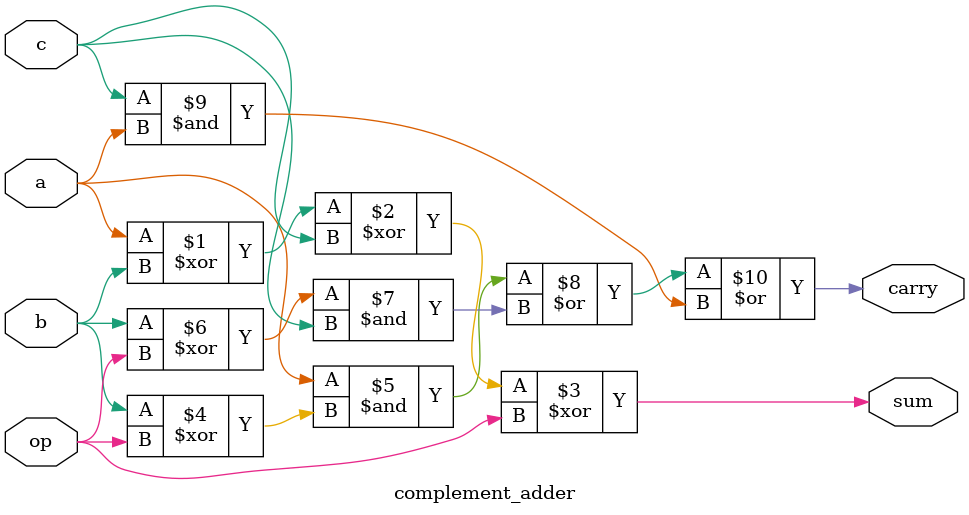
<source format=v>
module complement_adder(a,b,c,op,sum,carry);
input a,b,c,op;
output sum, carry;

wire sum, carry;

assign sum = a^b^c^op;
assign carry = ((a&(b^op))|((b^op)&c)|(c&a));

endmodule


</source>
